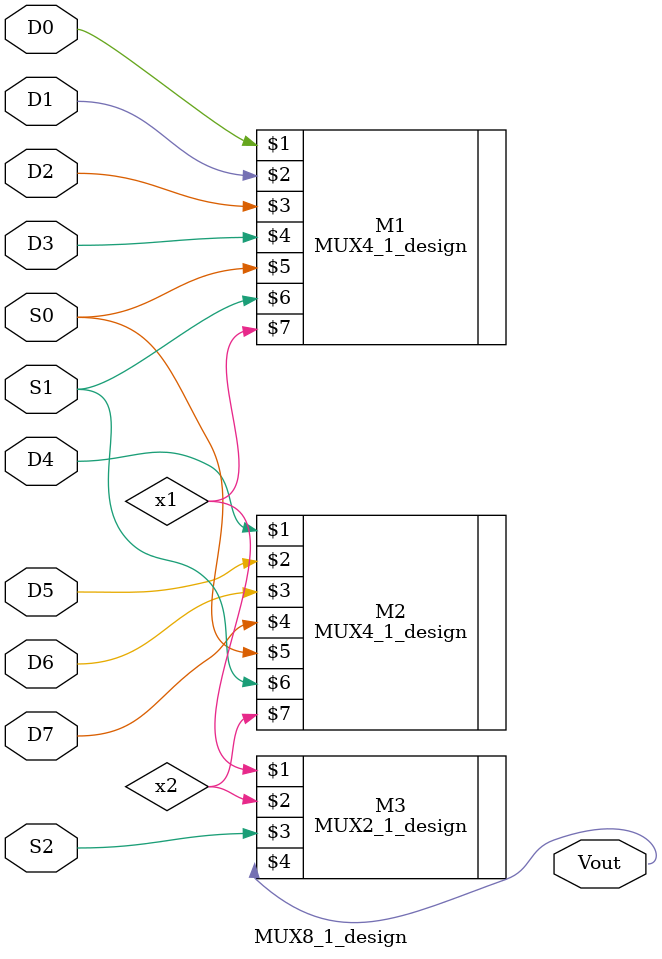
<source format=v>
module MUX8_1_design(
    input D0,
    input D1,
    input D2,
    input D3,
    input D4,
    input D5,
    input D6,
    input D7,
    input S0,
    input S1,
    input S2,
    output Vout
    );
    wire x1, x2;
    MUX4_1_design M1(D0, D1, D2, D3, S0, S1, x1);
    MUX4_1_design M2(D4, D5, D6, D7, S0, S1, x2);
    MUX2_1_design M3(x1, x2, S2, Vout);
endmodule

</source>
